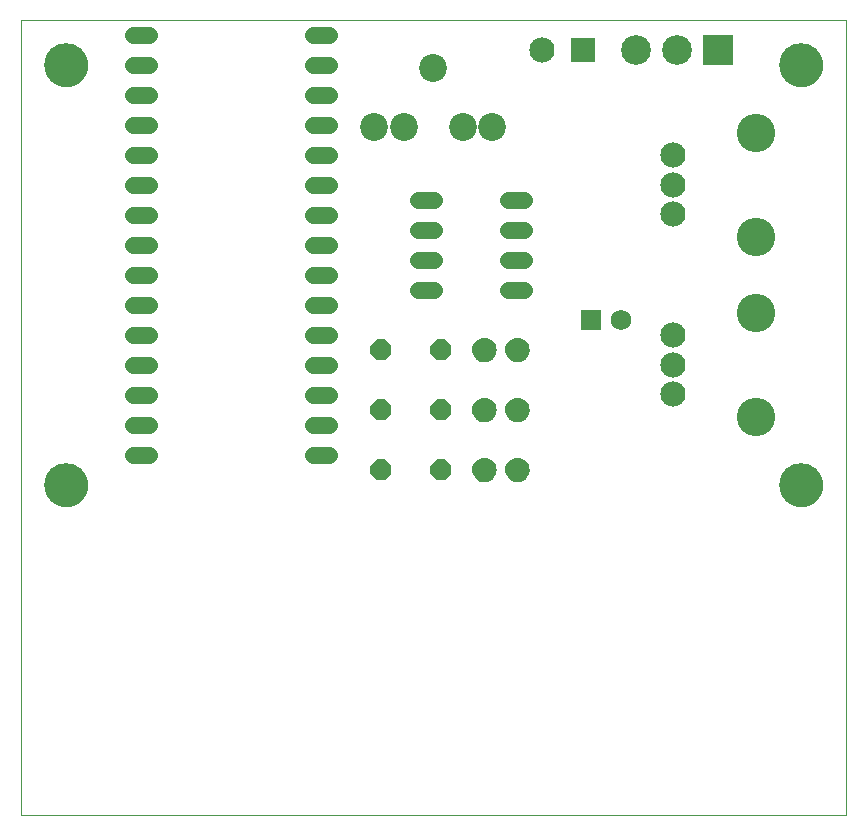
<source format=gbs>
G75*
%MOIN*%
%OFA0B0*%
%FSLAX25Y25*%
%IPPOS*%
%LPD*%
%AMOC8*
5,1,8,0,0,1.08239X$1,22.5*
%
%ADD10C,0.00100*%
%ADD11C,0.00110*%
%ADD12OC8,0.07000*%
%ADD13C,0.09300*%
%ADD14C,0.12800*%
%ADD15C,0.08400*%
%ADD16C,0.00500*%
%ADD17C,0.00000*%
%ADD18C,0.14573*%
%ADD19C,0.05600*%
%ADD20R,0.06900X0.06900*%
%ADD21C,0.06900*%
%ADD22C,0.05550*%
%ADD23R,0.08400X0.08400*%
%ADD24R,0.09900X0.09900*%
%ADD25C,0.09900*%
D10*
X0007667Y0001500D02*
X0282667Y0001500D01*
X0282667Y0266500D01*
X0007667Y0266500D01*
D11*
X0007667Y0001500D01*
D12*
X0127667Y0116500D03*
X0147667Y0116500D03*
X0147667Y0136500D03*
X0127667Y0136500D03*
X0127667Y0156500D03*
X0147667Y0156500D03*
D13*
X0155009Y0230949D03*
X0164852Y0230949D03*
X0145167Y0250634D03*
X0135324Y0230949D03*
X0125482Y0230949D03*
D14*
X0252667Y0228823D03*
X0252667Y0194177D03*
X0252667Y0168823D03*
X0252667Y0134177D03*
D15*
X0225108Y0141657D03*
X0225108Y0151500D03*
X0225108Y0161343D03*
X0225108Y0201657D03*
X0225108Y0211500D03*
X0225108Y0221343D03*
X0181387Y0256500D03*
D16*
X0173187Y0160230D02*
X0172466Y0160167D01*
X0171771Y0159965D01*
X0171130Y0159631D01*
X0170565Y0159178D01*
X0170100Y0158624D01*
X0169752Y0157990D01*
X0169535Y0157300D01*
X0169456Y0156580D01*
X0169505Y0155920D01*
X0169666Y0155279D01*
X0169937Y0154675D01*
X0170309Y0154128D01*
X0170770Y0153653D01*
X0171306Y0153266D01*
X0171902Y0152978D01*
X0172538Y0152797D01*
X0173197Y0152730D01*
X0173855Y0152795D01*
X0174492Y0152974D01*
X0175088Y0153261D01*
X0175625Y0153647D01*
X0176088Y0154120D01*
X0176461Y0154666D01*
X0176733Y0155269D01*
X0176896Y0155910D01*
X0176946Y0156570D01*
X0176865Y0157293D01*
X0176645Y0157986D01*
X0176293Y0158623D01*
X0175825Y0159179D01*
X0175256Y0159633D01*
X0174610Y0159967D01*
X0173911Y0160169D01*
X0173187Y0160230D01*
X0171983Y0160027D02*
X0174404Y0160027D01*
X0175387Y0159528D02*
X0171001Y0159528D01*
X0170441Y0159030D02*
X0175950Y0159030D01*
X0176344Y0158531D02*
X0170049Y0158531D01*
X0169776Y0158033D02*
X0176619Y0158033D01*
X0176789Y0157534D02*
X0169609Y0157534D01*
X0169506Y0157036D02*
X0176894Y0157036D01*
X0176944Y0156537D02*
X0169460Y0156537D01*
X0169496Y0156039D02*
X0176906Y0156039D01*
X0176802Y0155540D02*
X0169601Y0155540D01*
X0169773Y0155041D02*
X0176630Y0155041D01*
X0176376Y0154543D02*
X0170027Y0154543D01*
X0170390Y0154044D02*
X0176014Y0154044D01*
X0175485Y0153546D02*
X0170919Y0153546D01*
X0171758Y0153047D02*
X0174644Y0153047D01*
X0165713Y0155269D02*
X0165440Y0154666D01*
X0165067Y0154120D01*
X0164605Y0153647D01*
X0164068Y0153261D01*
X0163472Y0152974D01*
X0162835Y0152795D01*
X0162177Y0152730D01*
X0161518Y0152797D01*
X0160882Y0152978D01*
X0160286Y0153266D01*
X0159750Y0153653D01*
X0159289Y0154128D01*
X0158917Y0154675D01*
X0158646Y0155279D01*
X0158484Y0155920D01*
X0158436Y0156580D01*
X0158515Y0157300D01*
X0158732Y0157990D01*
X0159080Y0158624D01*
X0159545Y0159178D01*
X0160110Y0159631D01*
X0160751Y0159965D01*
X0161446Y0160167D01*
X0162167Y0160230D01*
X0162891Y0160169D01*
X0163590Y0159967D01*
X0164236Y0159633D01*
X0164804Y0159179D01*
X0165273Y0158623D01*
X0165625Y0157986D01*
X0165845Y0157293D01*
X0165926Y0156570D01*
X0165876Y0155910D01*
X0165713Y0155269D01*
X0165610Y0155041D02*
X0158753Y0155041D01*
X0158580Y0155540D02*
X0165782Y0155540D01*
X0165886Y0156039D02*
X0158476Y0156039D01*
X0158440Y0156537D02*
X0165924Y0156537D01*
X0165874Y0157036D02*
X0158486Y0157036D01*
X0158589Y0157534D02*
X0165768Y0157534D01*
X0165599Y0158033D02*
X0158756Y0158033D01*
X0159029Y0158531D02*
X0165324Y0158531D01*
X0164930Y0159030D02*
X0159421Y0159030D01*
X0159981Y0159528D02*
X0164367Y0159528D01*
X0163383Y0160027D02*
X0160963Y0160027D01*
X0159007Y0154543D02*
X0165356Y0154543D01*
X0164994Y0154044D02*
X0159370Y0154044D01*
X0159898Y0153546D02*
X0164465Y0153546D01*
X0163624Y0153047D02*
X0160738Y0153047D01*
X0162167Y0140230D02*
X0161446Y0140167D01*
X0160751Y0139965D01*
X0160110Y0139631D01*
X0159545Y0139178D01*
X0159080Y0138624D01*
X0158732Y0137990D01*
X0158515Y0137300D01*
X0158436Y0136580D01*
X0158484Y0135920D01*
X0158646Y0135279D01*
X0158917Y0134675D01*
X0159289Y0134128D01*
X0159750Y0133653D01*
X0160286Y0133266D01*
X0160882Y0132978D01*
X0161518Y0132797D01*
X0162177Y0132730D01*
X0162835Y0132795D01*
X0163472Y0132974D01*
X0164068Y0133261D01*
X0164605Y0133647D01*
X0165067Y0134120D01*
X0165440Y0134666D01*
X0165713Y0135269D01*
X0165876Y0135910D01*
X0165926Y0136570D01*
X0165845Y0137293D01*
X0165625Y0137986D01*
X0165273Y0138623D01*
X0164804Y0139179D01*
X0164236Y0139633D01*
X0163590Y0139967D01*
X0162891Y0140169D01*
X0162167Y0140230D01*
X0161167Y0140086D02*
X0163177Y0140086D01*
X0164292Y0139588D02*
X0160056Y0139588D01*
X0159471Y0139089D02*
X0164880Y0139089D01*
X0165291Y0138591D02*
X0159062Y0138591D01*
X0158789Y0138092D02*
X0165566Y0138092D01*
X0165750Y0137594D02*
X0158608Y0137594D01*
X0158493Y0137095D02*
X0165867Y0137095D01*
X0165923Y0136597D02*
X0158438Y0136597D01*
X0158471Y0136098D02*
X0165891Y0136098D01*
X0165797Y0135600D02*
X0158565Y0135600D01*
X0158726Y0135101D02*
X0165637Y0135101D01*
X0165397Y0134603D02*
X0158967Y0134603D01*
X0159312Y0134104D02*
X0165052Y0134104D01*
X0164548Y0133605D02*
X0159816Y0133605D01*
X0160615Y0133107D02*
X0163748Y0133107D01*
X0169666Y0135279D02*
X0169505Y0135920D01*
X0169456Y0136580D01*
X0169535Y0137300D01*
X0169752Y0137990D01*
X0170100Y0138624D01*
X0170565Y0139178D01*
X0171130Y0139631D01*
X0171771Y0139965D01*
X0172466Y0140167D01*
X0173187Y0140230D01*
X0173911Y0140169D01*
X0174610Y0139967D01*
X0175256Y0139633D01*
X0175825Y0139179D01*
X0176293Y0138623D01*
X0176645Y0137986D01*
X0176865Y0137293D01*
X0176946Y0136570D01*
X0176896Y0135910D01*
X0176733Y0135269D01*
X0176461Y0134666D01*
X0176088Y0134120D01*
X0175625Y0133647D01*
X0175088Y0133261D01*
X0174492Y0132974D01*
X0173855Y0132795D01*
X0173197Y0132730D01*
X0172538Y0132797D01*
X0171902Y0132978D01*
X0171306Y0133266D01*
X0170770Y0133653D01*
X0170309Y0134128D01*
X0169937Y0134675D01*
X0169666Y0135279D01*
X0169746Y0135101D02*
X0176657Y0135101D01*
X0176817Y0135600D02*
X0169586Y0135600D01*
X0169492Y0136098D02*
X0176911Y0136098D01*
X0176943Y0136597D02*
X0169458Y0136597D01*
X0169513Y0137095D02*
X0176887Y0137095D01*
X0176770Y0137594D02*
X0169628Y0137594D01*
X0169809Y0138092D02*
X0176586Y0138092D01*
X0176311Y0138591D02*
X0170082Y0138591D01*
X0170491Y0139089D02*
X0175900Y0139089D01*
X0175313Y0139588D02*
X0171076Y0139588D01*
X0172187Y0140086D02*
X0174197Y0140086D01*
X0176417Y0134603D02*
X0169987Y0134603D01*
X0170332Y0134104D02*
X0176072Y0134104D01*
X0175568Y0133605D02*
X0170836Y0133605D01*
X0171635Y0133107D02*
X0174768Y0133107D01*
X0173911Y0120169D02*
X0174610Y0119967D01*
X0175256Y0119633D01*
X0175825Y0119179D01*
X0176293Y0118623D01*
X0176645Y0117986D01*
X0176865Y0117293D01*
X0176946Y0116570D01*
X0176896Y0115910D01*
X0176733Y0115269D01*
X0176461Y0114666D01*
X0176088Y0114120D01*
X0175625Y0113647D01*
X0175088Y0113261D01*
X0174492Y0112974D01*
X0173855Y0112795D01*
X0173197Y0112730D01*
X0172538Y0112797D01*
X0171902Y0112978D01*
X0171306Y0113266D01*
X0170770Y0113653D01*
X0170309Y0114128D01*
X0169937Y0114675D01*
X0169666Y0115279D01*
X0169505Y0115920D01*
X0169456Y0116580D01*
X0169535Y0117300D01*
X0169752Y0117990D01*
X0170100Y0118624D01*
X0170565Y0119178D01*
X0171130Y0119631D01*
X0171771Y0119965D01*
X0172466Y0120167D01*
X0173187Y0120230D01*
X0173911Y0120169D01*
X0173991Y0120146D02*
X0172392Y0120146D01*
X0171161Y0119647D02*
X0175228Y0119647D01*
X0175850Y0119149D02*
X0170541Y0119149D01*
X0170122Y0118650D02*
X0176270Y0118650D01*
X0176553Y0118152D02*
X0169841Y0118152D01*
X0169646Y0117653D02*
X0176751Y0117653D01*
X0176881Y0117155D02*
X0169519Y0117155D01*
X0169465Y0116656D02*
X0176937Y0116656D01*
X0176915Y0116158D02*
X0169487Y0116158D01*
X0169570Y0115659D02*
X0176832Y0115659D01*
X0176684Y0115161D02*
X0169720Y0115161D01*
X0169946Y0114662D02*
X0176458Y0114662D01*
X0176117Y0114164D02*
X0170285Y0114164D01*
X0170758Y0113665D02*
X0175643Y0113665D01*
X0174892Y0113167D02*
X0171512Y0113167D01*
X0165713Y0115269D02*
X0165440Y0114666D01*
X0165067Y0114120D01*
X0164605Y0113647D01*
X0164068Y0113261D01*
X0163472Y0112974D01*
X0162835Y0112795D01*
X0162177Y0112730D01*
X0161518Y0112797D01*
X0160882Y0112978D01*
X0160286Y0113266D01*
X0159750Y0113653D01*
X0159289Y0114128D01*
X0158917Y0114675D01*
X0158646Y0115279D01*
X0158484Y0115920D01*
X0158436Y0116580D01*
X0158515Y0117300D01*
X0158732Y0117990D01*
X0159080Y0118624D01*
X0159545Y0119178D01*
X0160110Y0119631D01*
X0160751Y0119965D01*
X0161446Y0120167D01*
X0162167Y0120230D01*
X0162891Y0120169D01*
X0163590Y0119967D01*
X0164236Y0119633D01*
X0164804Y0119179D01*
X0165273Y0118623D01*
X0165625Y0117986D01*
X0165845Y0117293D01*
X0165926Y0116570D01*
X0165876Y0115910D01*
X0165713Y0115269D01*
X0165664Y0115161D02*
X0158699Y0115161D01*
X0158550Y0115659D02*
X0165812Y0115659D01*
X0165895Y0116158D02*
X0158467Y0116158D01*
X0158445Y0116656D02*
X0165916Y0116656D01*
X0165861Y0117155D02*
X0158499Y0117155D01*
X0158626Y0117653D02*
X0165731Y0117653D01*
X0165533Y0118152D02*
X0158821Y0118152D01*
X0159102Y0118650D02*
X0165250Y0118650D01*
X0164830Y0119149D02*
X0159521Y0119149D01*
X0160141Y0119647D02*
X0164208Y0119647D01*
X0162971Y0120146D02*
X0161372Y0120146D01*
X0158926Y0114662D02*
X0165437Y0114662D01*
X0165097Y0114164D02*
X0159265Y0114164D01*
X0159738Y0113665D02*
X0164623Y0113665D01*
X0163872Y0113167D02*
X0160492Y0113167D01*
D17*
X0260580Y0111500D02*
X0260582Y0111674D01*
X0260589Y0111848D01*
X0260599Y0112021D01*
X0260614Y0112195D01*
X0260633Y0112368D01*
X0260657Y0112540D01*
X0260684Y0112712D01*
X0260716Y0112883D01*
X0260752Y0113053D01*
X0260792Y0113222D01*
X0260837Y0113390D01*
X0260885Y0113557D01*
X0260938Y0113723D01*
X0260994Y0113888D01*
X0261055Y0114051D01*
X0261119Y0114212D01*
X0261188Y0114372D01*
X0261260Y0114530D01*
X0261337Y0114686D01*
X0261417Y0114841D01*
X0261501Y0114993D01*
X0261588Y0115143D01*
X0261680Y0115292D01*
X0261774Y0115437D01*
X0261873Y0115581D01*
X0261975Y0115722D01*
X0262080Y0115860D01*
X0262189Y0115996D01*
X0262301Y0116129D01*
X0262416Y0116259D01*
X0262534Y0116387D01*
X0262656Y0116511D01*
X0262780Y0116633D01*
X0262908Y0116751D01*
X0263038Y0116866D01*
X0263171Y0116978D01*
X0263307Y0117087D01*
X0263445Y0117192D01*
X0263586Y0117294D01*
X0263730Y0117393D01*
X0263875Y0117487D01*
X0264024Y0117579D01*
X0264174Y0117666D01*
X0264326Y0117750D01*
X0264481Y0117830D01*
X0264637Y0117907D01*
X0264795Y0117979D01*
X0264955Y0118048D01*
X0265116Y0118112D01*
X0265279Y0118173D01*
X0265444Y0118229D01*
X0265610Y0118282D01*
X0265777Y0118330D01*
X0265945Y0118375D01*
X0266114Y0118415D01*
X0266284Y0118451D01*
X0266455Y0118483D01*
X0266627Y0118510D01*
X0266799Y0118534D01*
X0266972Y0118553D01*
X0267146Y0118568D01*
X0267319Y0118578D01*
X0267493Y0118585D01*
X0267667Y0118587D01*
X0267841Y0118585D01*
X0268015Y0118578D01*
X0268188Y0118568D01*
X0268362Y0118553D01*
X0268535Y0118534D01*
X0268707Y0118510D01*
X0268879Y0118483D01*
X0269050Y0118451D01*
X0269220Y0118415D01*
X0269389Y0118375D01*
X0269557Y0118330D01*
X0269724Y0118282D01*
X0269890Y0118229D01*
X0270055Y0118173D01*
X0270218Y0118112D01*
X0270379Y0118048D01*
X0270539Y0117979D01*
X0270697Y0117907D01*
X0270853Y0117830D01*
X0271008Y0117750D01*
X0271160Y0117666D01*
X0271310Y0117579D01*
X0271459Y0117487D01*
X0271604Y0117393D01*
X0271748Y0117294D01*
X0271889Y0117192D01*
X0272027Y0117087D01*
X0272163Y0116978D01*
X0272296Y0116866D01*
X0272426Y0116751D01*
X0272554Y0116633D01*
X0272678Y0116511D01*
X0272800Y0116387D01*
X0272918Y0116259D01*
X0273033Y0116129D01*
X0273145Y0115996D01*
X0273254Y0115860D01*
X0273359Y0115722D01*
X0273461Y0115581D01*
X0273560Y0115437D01*
X0273654Y0115292D01*
X0273746Y0115143D01*
X0273833Y0114993D01*
X0273917Y0114841D01*
X0273997Y0114686D01*
X0274074Y0114530D01*
X0274146Y0114372D01*
X0274215Y0114212D01*
X0274279Y0114051D01*
X0274340Y0113888D01*
X0274396Y0113723D01*
X0274449Y0113557D01*
X0274497Y0113390D01*
X0274542Y0113222D01*
X0274582Y0113053D01*
X0274618Y0112883D01*
X0274650Y0112712D01*
X0274677Y0112540D01*
X0274701Y0112368D01*
X0274720Y0112195D01*
X0274735Y0112021D01*
X0274745Y0111848D01*
X0274752Y0111674D01*
X0274754Y0111500D01*
X0274752Y0111326D01*
X0274745Y0111152D01*
X0274735Y0110979D01*
X0274720Y0110805D01*
X0274701Y0110632D01*
X0274677Y0110460D01*
X0274650Y0110288D01*
X0274618Y0110117D01*
X0274582Y0109947D01*
X0274542Y0109778D01*
X0274497Y0109610D01*
X0274449Y0109443D01*
X0274396Y0109277D01*
X0274340Y0109112D01*
X0274279Y0108949D01*
X0274215Y0108788D01*
X0274146Y0108628D01*
X0274074Y0108470D01*
X0273997Y0108314D01*
X0273917Y0108159D01*
X0273833Y0108007D01*
X0273746Y0107857D01*
X0273654Y0107708D01*
X0273560Y0107563D01*
X0273461Y0107419D01*
X0273359Y0107278D01*
X0273254Y0107140D01*
X0273145Y0107004D01*
X0273033Y0106871D01*
X0272918Y0106741D01*
X0272800Y0106613D01*
X0272678Y0106489D01*
X0272554Y0106367D01*
X0272426Y0106249D01*
X0272296Y0106134D01*
X0272163Y0106022D01*
X0272027Y0105913D01*
X0271889Y0105808D01*
X0271748Y0105706D01*
X0271604Y0105607D01*
X0271459Y0105513D01*
X0271310Y0105421D01*
X0271160Y0105334D01*
X0271008Y0105250D01*
X0270853Y0105170D01*
X0270697Y0105093D01*
X0270539Y0105021D01*
X0270379Y0104952D01*
X0270218Y0104888D01*
X0270055Y0104827D01*
X0269890Y0104771D01*
X0269724Y0104718D01*
X0269557Y0104670D01*
X0269389Y0104625D01*
X0269220Y0104585D01*
X0269050Y0104549D01*
X0268879Y0104517D01*
X0268707Y0104490D01*
X0268535Y0104466D01*
X0268362Y0104447D01*
X0268188Y0104432D01*
X0268015Y0104422D01*
X0267841Y0104415D01*
X0267667Y0104413D01*
X0267493Y0104415D01*
X0267319Y0104422D01*
X0267146Y0104432D01*
X0266972Y0104447D01*
X0266799Y0104466D01*
X0266627Y0104490D01*
X0266455Y0104517D01*
X0266284Y0104549D01*
X0266114Y0104585D01*
X0265945Y0104625D01*
X0265777Y0104670D01*
X0265610Y0104718D01*
X0265444Y0104771D01*
X0265279Y0104827D01*
X0265116Y0104888D01*
X0264955Y0104952D01*
X0264795Y0105021D01*
X0264637Y0105093D01*
X0264481Y0105170D01*
X0264326Y0105250D01*
X0264174Y0105334D01*
X0264024Y0105421D01*
X0263875Y0105513D01*
X0263730Y0105607D01*
X0263586Y0105706D01*
X0263445Y0105808D01*
X0263307Y0105913D01*
X0263171Y0106022D01*
X0263038Y0106134D01*
X0262908Y0106249D01*
X0262780Y0106367D01*
X0262656Y0106489D01*
X0262534Y0106613D01*
X0262416Y0106741D01*
X0262301Y0106871D01*
X0262189Y0107004D01*
X0262080Y0107140D01*
X0261975Y0107278D01*
X0261873Y0107419D01*
X0261774Y0107563D01*
X0261680Y0107708D01*
X0261588Y0107857D01*
X0261501Y0108007D01*
X0261417Y0108159D01*
X0261337Y0108314D01*
X0261260Y0108470D01*
X0261188Y0108628D01*
X0261119Y0108788D01*
X0261055Y0108949D01*
X0260994Y0109112D01*
X0260938Y0109277D01*
X0260885Y0109443D01*
X0260837Y0109610D01*
X0260792Y0109778D01*
X0260752Y0109947D01*
X0260716Y0110117D01*
X0260684Y0110288D01*
X0260657Y0110460D01*
X0260633Y0110632D01*
X0260614Y0110805D01*
X0260599Y0110979D01*
X0260589Y0111152D01*
X0260582Y0111326D01*
X0260580Y0111500D01*
X0260580Y0251500D02*
X0260582Y0251674D01*
X0260589Y0251848D01*
X0260599Y0252021D01*
X0260614Y0252195D01*
X0260633Y0252368D01*
X0260657Y0252540D01*
X0260684Y0252712D01*
X0260716Y0252883D01*
X0260752Y0253053D01*
X0260792Y0253222D01*
X0260837Y0253390D01*
X0260885Y0253557D01*
X0260938Y0253723D01*
X0260994Y0253888D01*
X0261055Y0254051D01*
X0261119Y0254212D01*
X0261188Y0254372D01*
X0261260Y0254530D01*
X0261337Y0254686D01*
X0261417Y0254841D01*
X0261501Y0254993D01*
X0261588Y0255143D01*
X0261680Y0255292D01*
X0261774Y0255437D01*
X0261873Y0255581D01*
X0261975Y0255722D01*
X0262080Y0255860D01*
X0262189Y0255996D01*
X0262301Y0256129D01*
X0262416Y0256259D01*
X0262534Y0256387D01*
X0262656Y0256511D01*
X0262780Y0256633D01*
X0262908Y0256751D01*
X0263038Y0256866D01*
X0263171Y0256978D01*
X0263307Y0257087D01*
X0263445Y0257192D01*
X0263586Y0257294D01*
X0263730Y0257393D01*
X0263875Y0257487D01*
X0264024Y0257579D01*
X0264174Y0257666D01*
X0264326Y0257750D01*
X0264481Y0257830D01*
X0264637Y0257907D01*
X0264795Y0257979D01*
X0264955Y0258048D01*
X0265116Y0258112D01*
X0265279Y0258173D01*
X0265444Y0258229D01*
X0265610Y0258282D01*
X0265777Y0258330D01*
X0265945Y0258375D01*
X0266114Y0258415D01*
X0266284Y0258451D01*
X0266455Y0258483D01*
X0266627Y0258510D01*
X0266799Y0258534D01*
X0266972Y0258553D01*
X0267146Y0258568D01*
X0267319Y0258578D01*
X0267493Y0258585D01*
X0267667Y0258587D01*
X0267841Y0258585D01*
X0268015Y0258578D01*
X0268188Y0258568D01*
X0268362Y0258553D01*
X0268535Y0258534D01*
X0268707Y0258510D01*
X0268879Y0258483D01*
X0269050Y0258451D01*
X0269220Y0258415D01*
X0269389Y0258375D01*
X0269557Y0258330D01*
X0269724Y0258282D01*
X0269890Y0258229D01*
X0270055Y0258173D01*
X0270218Y0258112D01*
X0270379Y0258048D01*
X0270539Y0257979D01*
X0270697Y0257907D01*
X0270853Y0257830D01*
X0271008Y0257750D01*
X0271160Y0257666D01*
X0271310Y0257579D01*
X0271459Y0257487D01*
X0271604Y0257393D01*
X0271748Y0257294D01*
X0271889Y0257192D01*
X0272027Y0257087D01*
X0272163Y0256978D01*
X0272296Y0256866D01*
X0272426Y0256751D01*
X0272554Y0256633D01*
X0272678Y0256511D01*
X0272800Y0256387D01*
X0272918Y0256259D01*
X0273033Y0256129D01*
X0273145Y0255996D01*
X0273254Y0255860D01*
X0273359Y0255722D01*
X0273461Y0255581D01*
X0273560Y0255437D01*
X0273654Y0255292D01*
X0273746Y0255143D01*
X0273833Y0254993D01*
X0273917Y0254841D01*
X0273997Y0254686D01*
X0274074Y0254530D01*
X0274146Y0254372D01*
X0274215Y0254212D01*
X0274279Y0254051D01*
X0274340Y0253888D01*
X0274396Y0253723D01*
X0274449Y0253557D01*
X0274497Y0253390D01*
X0274542Y0253222D01*
X0274582Y0253053D01*
X0274618Y0252883D01*
X0274650Y0252712D01*
X0274677Y0252540D01*
X0274701Y0252368D01*
X0274720Y0252195D01*
X0274735Y0252021D01*
X0274745Y0251848D01*
X0274752Y0251674D01*
X0274754Y0251500D01*
X0274752Y0251326D01*
X0274745Y0251152D01*
X0274735Y0250979D01*
X0274720Y0250805D01*
X0274701Y0250632D01*
X0274677Y0250460D01*
X0274650Y0250288D01*
X0274618Y0250117D01*
X0274582Y0249947D01*
X0274542Y0249778D01*
X0274497Y0249610D01*
X0274449Y0249443D01*
X0274396Y0249277D01*
X0274340Y0249112D01*
X0274279Y0248949D01*
X0274215Y0248788D01*
X0274146Y0248628D01*
X0274074Y0248470D01*
X0273997Y0248314D01*
X0273917Y0248159D01*
X0273833Y0248007D01*
X0273746Y0247857D01*
X0273654Y0247708D01*
X0273560Y0247563D01*
X0273461Y0247419D01*
X0273359Y0247278D01*
X0273254Y0247140D01*
X0273145Y0247004D01*
X0273033Y0246871D01*
X0272918Y0246741D01*
X0272800Y0246613D01*
X0272678Y0246489D01*
X0272554Y0246367D01*
X0272426Y0246249D01*
X0272296Y0246134D01*
X0272163Y0246022D01*
X0272027Y0245913D01*
X0271889Y0245808D01*
X0271748Y0245706D01*
X0271604Y0245607D01*
X0271459Y0245513D01*
X0271310Y0245421D01*
X0271160Y0245334D01*
X0271008Y0245250D01*
X0270853Y0245170D01*
X0270697Y0245093D01*
X0270539Y0245021D01*
X0270379Y0244952D01*
X0270218Y0244888D01*
X0270055Y0244827D01*
X0269890Y0244771D01*
X0269724Y0244718D01*
X0269557Y0244670D01*
X0269389Y0244625D01*
X0269220Y0244585D01*
X0269050Y0244549D01*
X0268879Y0244517D01*
X0268707Y0244490D01*
X0268535Y0244466D01*
X0268362Y0244447D01*
X0268188Y0244432D01*
X0268015Y0244422D01*
X0267841Y0244415D01*
X0267667Y0244413D01*
X0267493Y0244415D01*
X0267319Y0244422D01*
X0267146Y0244432D01*
X0266972Y0244447D01*
X0266799Y0244466D01*
X0266627Y0244490D01*
X0266455Y0244517D01*
X0266284Y0244549D01*
X0266114Y0244585D01*
X0265945Y0244625D01*
X0265777Y0244670D01*
X0265610Y0244718D01*
X0265444Y0244771D01*
X0265279Y0244827D01*
X0265116Y0244888D01*
X0264955Y0244952D01*
X0264795Y0245021D01*
X0264637Y0245093D01*
X0264481Y0245170D01*
X0264326Y0245250D01*
X0264174Y0245334D01*
X0264024Y0245421D01*
X0263875Y0245513D01*
X0263730Y0245607D01*
X0263586Y0245706D01*
X0263445Y0245808D01*
X0263307Y0245913D01*
X0263171Y0246022D01*
X0263038Y0246134D01*
X0262908Y0246249D01*
X0262780Y0246367D01*
X0262656Y0246489D01*
X0262534Y0246613D01*
X0262416Y0246741D01*
X0262301Y0246871D01*
X0262189Y0247004D01*
X0262080Y0247140D01*
X0261975Y0247278D01*
X0261873Y0247419D01*
X0261774Y0247563D01*
X0261680Y0247708D01*
X0261588Y0247857D01*
X0261501Y0248007D01*
X0261417Y0248159D01*
X0261337Y0248314D01*
X0261260Y0248470D01*
X0261188Y0248628D01*
X0261119Y0248788D01*
X0261055Y0248949D01*
X0260994Y0249112D01*
X0260938Y0249277D01*
X0260885Y0249443D01*
X0260837Y0249610D01*
X0260792Y0249778D01*
X0260752Y0249947D01*
X0260716Y0250117D01*
X0260684Y0250288D01*
X0260657Y0250460D01*
X0260633Y0250632D01*
X0260614Y0250805D01*
X0260599Y0250979D01*
X0260589Y0251152D01*
X0260582Y0251326D01*
X0260580Y0251500D01*
X0015580Y0251500D02*
X0015582Y0251674D01*
X0015589Y0251848D01*
X0015599Y0252021D01*
X0015614Y0252195D01*
X0015633Y0252368D01*
X0015657Y0252540D01*
X0015684Y0252712D01*
X0015716Y0252883D01*
X0015752Y0253053D01*
X0015792Y0253222D01*
X0015837Y0253390D01*
X0015885Y0253557D01*
X0015938Y0253723D01*
X0015994Y0253888D01*
X0016055Y0254051D01*
X0016119Y0254212D01*
X0016188Y0254372D01*
X0016260Y0254530D01*
X0016337Y0254686D01*
X0016417Y0254841D01*
X0016501Y0254993D01*
X0016588Y0255143D01*
X0016680Y0255292D01*
X0016774Y0255437D01*
X0016873Y0255581D01*
X0016975Y0255722D01*
X0017080Y0255860D01*
X0017189Y0255996D01*
X0017301Y0256129D01*
X0017416Y0256259D01*
X0017534Y0256387D01*
X0017656Y0256511D01*
X0017780Y0256633D01*
X0017908Y0256751D01*
X0018038Y0256866D01*
X0018171Y0256978D01*
X0018307Y0257087D01*
X0018445Y0257192D01*
X0018586Y0257294D01*
X0018730Y0257393D01*
X0018875Y0257487D01*
X0019024Y0257579D01*
X0019174Y0257666D01*
X0019326Y0257750D01*
X0019481Y0257830D01*
X0019637Y0257907D01*
X0019795Y0257979D01*
X0019955Y0258048D01*
X0020116Y0258112D01*
X0020279Y0258173D01*
X0020444Y0258229D01*
X0020610Y0258282D01*
X0020777Y0258330D01*
X0020945Y0258375D01*
X0021114Y0258415D01*
X0021284Y0258451D01*
X0021455Y0258483D01*
X0021627Y0258510D01*
X0021799Y0258534D01*
X0021972Y0258553D01*
X0022146Y0258568D01*
X0022319Y0258578D01*
X0022493Y0258585D01*
X0022667Y0258587D01*
X0022841Y0258585D01*
X0023015Y0258578D01*
X0023188Y0258568D01*
X0023362Y0258553D01*
X0023535Y0258534D01*
X0023707Y0258510D01*
X0023879Y0258483D01*
X0024050Y0258451D01*
X0024220Y0258415D01*
X0024389Y0258375D01*
X0024557Y0258330D01*
X0024724Y0258282D01*
X0024890Y0258229D01*
X0025055Y0258173D01*
X0025218Y0258112D01*
X0025379Y0258048D01*
X0025539Y0257979D01*
X0025697Y0257907D01*
X0025853Y0257830D01*
X0026008Y0257750D01*
X0026160Y0257666D01*
X0026310Y0257579D01*
X0026459Y0257487D01*
X0026604Y0257393D01*
X0026748Y0257294D01*
X0026889Y0257192D01*
X0027027Y0257087D01*
X0027163Y0256978D01*
X0027296Y0256866D01*
X0027426Y0256751D01*
X0027554Y0256633D01*
X0027678Y0256511D01*
X0027800Y0256387D01*
X0027918Y0256259D01*
X0028033Y0256129D01*
X0028145Y0255996D01*
X0028254Y0255860D01*
X0028359Y0255722D01*
X0028461Y0255581D01*
X0028560Y0255437D01*
X0028654Y0255292D01*
X0028746Y0255143D01*
X0028833Y0254993D01*
X0028917Y0254841D01*
X0028997Y0254686D01*
X0029074Y0254530D01*
X0029146Y0254372D01*
X0029215Y0254212D01*
X0029279Y0254051D01*
X0029340Y0253888D01*
X0029396Y0253723D01*
X0029449Y0253557D01*
X0029497Y0253390D01*
X0029542Y0253222D01*
X0029582Y0253053D01*
X0029618Y0252883D01*
X0029650Y0252712D01*
X0029677Y0252540D01*
X0029701Y0252368D01*
X0029720Y0252195D01*
X0029735Y0252021D01*
X0029745Y0251848D01*
X0029752Y0251674D01*
X0029754Y0251500D01*
X0029752Y0251326D01*
X0029745Y0251152D01*
X0029735Y0250979D01*
X0029720Y0250805D01*
X0029701Y0250632D01*
X0029677Y0250460D01*
X0029650Y0250288D01*
X0029618Y0250117D01*
X0029582Y0249947D01*
X0029542Y0249778D01*
X0029497Y0249610D01*
X0029449Y0249443D01*
X0029396Y0249277D01*
X0029340Y0249112D01*
X0029279Y0248949D01*
X0029215Y0248788D01*
X0029146Y0248628D01*
X0029074Y0248470D01*
X0028997Y0248314D01*
X0028917Y0248159D01*
X0028833Y0248007D01*
X0028746Y0247857D01*
X0028654Y0247708D01*
X0028560Y0247563D01*
X0028461Y0247419D01*
X0028359Y0247278D01*
X0028254Y0247140D01*
X0028145Y0247004D01*
X0028033Y0246871D01*
X0027918Y0246741D01*
X0027800Y0246613D01*
X0027678Y0246489D01*
X0027554Y0246367D01*
X0027426Y0246249D01*
X0027296Y0246134D01*
X0027163Y0246022D01*
X0027027Y0245913D01*
X0026889Y0245808D01*
X0026748Y0245706D01*
X0026604Y0245607D01*
X0026459Y0245513D01*
X0026310Y0245421D01*
X0026160Y0245334D01*
X0026008Y0245250D01*
X0025853Y0245170D01*
X0025697Y0245093D01*
X0025539Y0245021D01*
X0025379Y0244952D01*
X0025218Y0244888D01*
X0025055Y0244827D01*
X0024890Y0244771D01*
X0024724Y0244718D01*
X0024557Y0244670D01*
X0024389Y0244625D01*
X0024220Y0244585D01*
X0024050Y0244549D01*
X0023879Y0244517D01*
X0023707Y0244490D01*
X0023535Y0244466D01*
X0023362Y0244447D01*
X0023188Y0244432D01*
X0023015Y0244422D01*
X0022841Y0244415D01*
X0022667Y0244413D01*
X0022493Y0244415D01*
X0022319Y0244422D01*
X0022146Y0244432D01*
X0021972Y0244447D01*
X0021799Y0244466D01*
X0021627Y0244490D01*
X0021455Y0244517D01*
X0021284Y0244549D01*
X0021114Y0244585D01*
X0020945Y0244625D01*
X0020777Y0244670D01*
X0020610Y0244718D01*
X0020444Y0244771D01*
X0020279Y0244827D01*
X0020116Y0244888D01*
X0019955Y0244952D01*
X0019795Y0245021D01*
X0019637Y0245093D01*
X0019481Y0245170D01*
X0019326Y0245250D01*
X0019174Y0245334D01*
X0019024Y0245421D01*
X0018875Y0245513D01*
X0018730Y0245607D01*
X0018586Y0245706D01*
X0018445Y0245808D01*
X0018307Y0245913D01*
X0018171Y0246022D01*
X0018038Y0246134D01*
X0017908Y0246249D01*
X0017780Y0246367D01*
X0017656Y0246489D01*
X0017534Y0246613D01*
X0017416Y0246741D01*
X0017301Y0246871D01*
X0017189Y0247004D01*
X0017080Y0247140D01*
X0016975Y0247278D01*
X0016873Y0247419D01*
X0016774Y0247563D01*
X0016680Y0247708D01*
X0016588Y0247857D01*
X0016501Y0248007D01*
X0016417Y0248159D01*
X0016337Y0248314D01*
X0016260Y0248470D01*
X0016188Y0248628D01*
X0016119Y0248788D01*
X0016055Y0248949D01*
X0015994Y0249112D01*
X0015938Y0249277D01*
X0015885Y0249443D01*
X0015837Y0249610D01*
X0015792Y0249778D01*
X0015752Y0249947D01*
X0015716Y0250117D01*
X0015684Y0250288D01*
X0015657Y0250460D01*
X0015633Y0250632D01*
X0015614Y0250805D01*
X0015599Y0250979D01*
X0015589Y0251152D01*
X0015582Y0251326D01*
X0015580Y0251500D01*
X0015580Y0111500D02*
X0015582Y0111674D01*
X0015589Y0111848D01*
X0015599Y0112021D01*
X0015614Y0112195D01*
X0015633Y0112368D01*
X0015657Y0112540D01*
X0015684Y0112712D01*
X0015716Y0112883D01*
X0015752Y0113053D01*
X0015792Y0113222D01*
X0015837Y0113390D01*
X0015885Y0113557D01*
X0015938Y0113723D01*
X0015994Y0113888D01*
X0016055Y0114051D01*
X0016119Y0114212D01*
X0016188Y0114372D01*
X0016260Y0114530D01*
X0016337Y0114686D01*
X0016417Y0114841D01*
X0016501Y0114993D01*
X0016588Y0115143D01*
X0016680Y0115292D01*
X0016774Y0115437D01*
X0016873Y0115581D01*
X0016975Y0115722D01*
X0017080Y0115860D01*
X0017189Y0115996D01*
X0017301Y0116129D01*
X0017416Y0116259D01*
X0017534Y0116387D01*
X0017656Y0116511D01*
X0017780Y0116633D01*
X0017908Y0116751D01*
X0018038Y0116866D01*
X0018171Y0116978D01*
X0018307Y0117087D01*
X0018445Y0117192D01*
X0018586Y0117294D01*
X0018730Y0117393D01*
X0018875Y0117487D01*
X0019024Y0117579D01*
X0019174Y0117666D01*
X0019326Y0117750D01*
X0019481Y0117830D01*
X0019637Y0117907D01*
X0019795Y0117979D01*
X0019955Y0118048D01*
X0020116Y0118112D01*
X0020279Y0118173D01*
X0020444Y0118229D01*
X0020610Y0118282D01*
X0020777Y0118330D01*
X0020945Y0118375D01*
X0021114Y0118415D01*
X0021284Y0118451D01*
X0021455Y0118483D01*
X0021627Y0118510D01*
X0021799Y0118534D01*
X0021972Y0118553D01*
X0022146Y0118568D01*
X0022319Y0118578D01*
X0022493Y0118585D01*
X0022667Y0118587D01*
X0022841Y0118585D01*
X0023015Y0118578D01*
X0023188Y0118568D01*
X0023362Y0118553D01*
X0023535Y0118534D01*
X0023707Y0118510D01*
X0023879Y0118483D01*
X0024050Y0118451D01*
X0024220Y0118415D01*
X0024389Y0118375D01*
X0024557Y0118330D01*
X0024724Y0118282D01*
X0024890Y0118229D01*
X0025055Y0118173D01*
X0025218Y0118112D01*
X0025379Y0118048D01*
X0025539Y0117979D01*
X0025697Y0117907D01*
X0025853Y0117830D01*
X0026008Y0117750D01*
X0026160Y0117666D01*
X0026310Y0117579D01*
X0026459Y0117487D01*
X0026604Y0117393D01*
X0026748Y0117294D01*
X0026889Y0117192D01*
X0027027Y0117087D01*
X0027163Y0116978D01*
X0027296Y0116866D01*
X0027426Y0116751D01*
X0027554Y0116633D01*
X0027678Y0116511D01*
X0027800Y0116387D01*
X0027918Y0116259D01*
X0028033Y0116129D01*
X0028145Y0115996D01*
X0028254Y0115860D01*
X0028359Y0115722D01*
X0028461Y0115581D01*
X0028560Y0115437D01*
X0028654Y0115292D01*
X0028746Y0115143D01*
X0028833Y0114993D01*
X0028917Y0114841D01*
X0028997Y0114686D01*
X0029074Y0114530D01*
X0029146Y0114372D01*
X0029215Y0114212D01*
X0029279Y0114051D01*
X0029340Y0113888D01*
X0029396Y0113723D01*
X0029449Y0113557D01*
X0029497Y0113390D01*
X0029542Y0113222D01*
X0029582Y0113053D01*
X0029618Y0112883D01*
X0029650Y0112712D01*
X0029677Y0112540D01*
X0029701Y0112368D01*
X0029720Y0112195D01*
X0029735Y0112021D01*
X0029745Y0111848D01*
X0029752Y0111674D01*
X0029754Y0111500D01*
X0029752Y0111326D01*
X0029745Y0111152D01*
X0029735Y0110979D01*
X0029720Y0110805D01*
X0029701Y0110632D01*
X0029677Y0110460D01*
X0029650Y0110288D01*
X0029618Y0110117D01*
X0029582Y0109947D01*
X0029542Y0109778D01*
X0029497Y0109610D01*
X0029449Y0109443D01*
X0029396Y0109277D01*
X0029340Y0109112D01*
X0029279Y0108949D01*
X0029215Y0108788D01*
X0029146Y0108628D01*
X0029074Y0108470D01*
X0028997Y0108314D01*
X0028917Y0108159D01*
X0028833Y0108007D01*
X0028746Y0107857D01*
X0028654Y0107708D01*
X0028560Y0107563D01*
X0028461Y0107419D01*
X0028359Y0107278D01*
X0028254Y0107140D01*
X0028145Y0107004D01*
X0028033Y0106871D01*
X0027918Y0106741D01*
X0027800Y0106613D01*
X0027678Y0106489D01*
X0027554Y0106367D01*
X0027426Y0106249D01*
X0027296Y0106134D01*
X0027163Y0106022D01*
X0027027Y0105913D01*
X0026889Y0105808D01*
X0026748Y0105706D01*
X0026604Y0105607D01*
X0026459Y0105513D01*
X0026310Y0105421D01*
X0026160Y0105334D01*
X0026008Y0105250D01*
X0025853Y0105170D01*
X0025697Y0105093D01*
X0025539Y0105021D01*
X0025379Y0104952D01*
X0025218Y0104888D01*
X0025055Y0104827D01*
X0024890Y0104771D01*
X0024724Y0104718D01*
X0024557Y0104670D01*
X0024389Y0104625D01*
X0024220Y0104585D01*
X0024050Y0104549D01*
X0023879Y0104517D01*
X0023707Y0104490D01*
X0023535Y0104466D01*
X0023362Y0104447D01*
X0023188Y0104432D01*
X0023015Y0104422D01*
X0022841Y0104415D01*
X0022667Y0104413D01*
X0022493Y0104415D01*
X0022319Y0104422D01*
X0022146Y0104432D01*
X0021972Y0104447D01*
X0021799Y0104466D01*
X0021627Y0104490D01*
X0021455Y0104517D01*
X0021284Y0104549D01*
X0021114Y0104585D01*
X0020945Y0104625D01*
X0020777Y0104670D01*
X0020610Y0104718D01*
X0020444Y0104771D01*
X0020279Y0104827D01*
X0020116Y0104888D01*
X0019955Y0104952D01*
X0019795Y0105021D01*
X0019637Y0105093D01*
X0019481Y0105170D01*
X0019326Y0105250D01*
X0019174Y0105334D01*
X0019024Y0105421D01*
X0018875Y0105513D01*
X0018730Y0105607D01*
X0018586Y0105706D01*
X0018445Y0105808D01*
X0018307Y0105913D01*
X0018171Y0106022D01*
X0018038Y0106134D01*
X0017908Y0106249D01*
X0017780Y0106367D01*
X0017656Y0106489D01*
X0017534Y0106613D01*
X0017416Y0106741D01*
X0017301Y0106871D01*
X0017189Y0107004D01*
X0017080Y0107140D01*
X0016975Y0107278D01*
X0016873Y0107419D01*
X0016774Y0107563D01*
X0016680Y0107708D01*
X0016588Y0107857D01*
X0016501Y0108007D01*
X0016417Y0108159D01*
X0016337Y0108314D01*
X0016260Y0108470D01*
X0016188Y0108628D01*
X0016119Y0108788D01*
X0016055Y0108949D01*
X0015994Y0109112D01*
X0015938Y0109277D01*
X0015885Y0109443D01*
X0015837Y0109610D01*
X0015792Y0109778D01*
X0015752Y0109947D01*
X0015716Y0110117D01*
X0015684Y0110288D01*
X0015657Y0110460D01*
X0015633Y0110632D01*
X0015614Y0110805D01*
X0015599Y0110979D01*
X0015589Y0111152D01*
X0015582Y0111326D01*
X0015580Y0111500D01*
D18*
X0022667Y0111500D03*
X0022667Y0251500D03*
X0267667Y0251500D03*
X0267667Y0111500D03*
D19*
X0175267Y0176500D02*
X0170067Y0176500D01*
X0170067Y0186500D02*
X0175267Y0186500D01*
X0175267Y0196500D02*
X0170067Y0196500D01*
X0170067Y0206500D02*
X0175267Y0206500D01*
X0145267Y0206500D02*
X0140067Y0206500D01*
X0140067Y0196500D02*
X0145267Y0196500D01*
X0145267Y0186500D02*
X0140067Y0186500D01*
X0140067Y0176500D02*
X0145267Y0176500D01*
D20*
X0197667Y0166500D03*
D21*
X0207667Y0166500D03*
D22*
X0110241Y0161500D02*
X0105092Y0161500D01*
X0105092Y0171500D02*
X0110241Y0171500D01*
X0110241Y0181500D02*
X0105092Y0181500D01*
X0105092Y0191500D02*
X0110241Y0191500D01*
X0110241Y0201500D02*
X0105092Y0201500D01*
X0105092Y0211500D02*
X0110241Y0211500D01*
X0110241Y0221500D02*
X0105092Y0221500D01*
X0105092Y0231500D02*
X0110241Y0231500D01*
X0110241Y0241500D02*
X0105092Y0241500D01*
X0105092Y0251500D02*
X0110241Y0251500D01*
X0110241Y0261500D02*
X0105092Y0261500D01*
X0050241Y0261500D02*
X0045092Y0261500D01*
X0045092Y0251500D02*
X0050241Y0251500D01*
X0050241Y0241500D02*
X0045092Y0241500D01*
X0045092Y0231500D02*
X0050241Y0231500D01*
X0050241Y0221500D02*
X0045092Y0221500D01*
X0045092Y0211500D02*
X0050241Y0211500D01*
X0050241Y0201500D02*
X0045092Y0201500D01*
X0045092Y0191500D02*
X0050241Y0191500D01*
X0050241Y0181500D02*
X0045092Y0181500D01*
X0045092Y0171500D02*
X0050241Y0171500D01*
X0050241Y0161500D02*
X0045092Y0161500D01*
X0045092Y0151500D02*
X0050241Y0151500D01*
X0050241Y0141500D02*
X0045092Y0141500D01*
X0045092Y0131500D02*
X0050241Y0131500D01*
X0050241Y0121500D02*
X0045092Y0121500D01*
X0105092Y0121500D02*
X0110241Y0121500D01*
X0110241Y0131500D02*
X0105092Y0131500D01*
X0105092Y0141500D02*
X0110241Y0141500D01*
X0110241Y0151500D02*
X0105092Y0151500D01*
D23*
X0195167Y0256500D03*
D24*
X0240167Y0256500D03*
D25*
X0226387Y0256500D03*
X0212608Y0256500D03*
M02*

</source>
